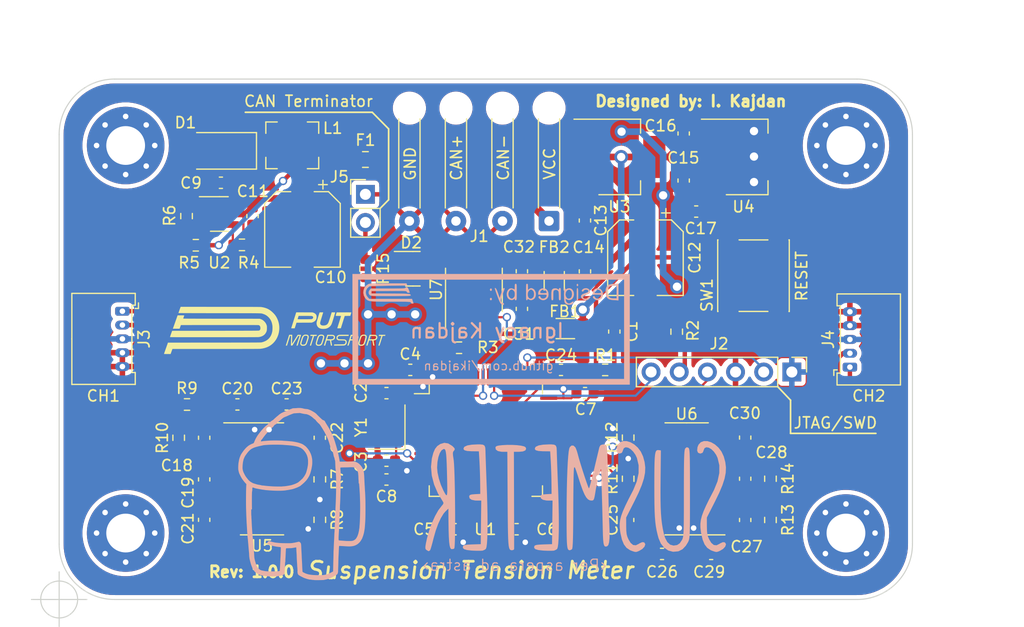
<source format=kicad_pcb>
(kicad_pcb (version 20211014) (generator pcbnew)
  (title_block (title "Push-rods Suspension Tension Meter") (date "2022-12-28") (rev "${REVISION}") (company "Author: I. Kajdan") (comment 1 "Reviewer: M. Jaruga"))
  (layers (0 "F.Cu" signal) (31 "B.Cu" signal) (34 "B.Paste" user) (35 "F.Paste" user) (36 "B.SilkS" user "B.Silkscreen") (37 "F.SilkS" user "F.Silkscreen") (38 "B.Mask" user) (39 "F.Mask" user) (44 "Edge.Cuts" user))
  (property "REVISION" "1.0.0")
  (net 0 "")
  (net 1 "+3.3V")
  (net 2 "GND")
  (net 3 "/NRST")
  (net 4 "Net-(C2-Pad1)")
  (net 5 "Net-(C3-Pad1)")
  (net 6 "Net-(C31-Pad1)")
  (net 7 "Net-(C9-Pad1)")
  (net 8 "Net-(C9-Pad2)")
  (net 9 "/Power Supply/+6.42V")
  (net 10 "+5V")
  (net 11 "Net-(C10-Pad1)")
  (net 12 "Net-(C18-Pad1)")
  (net 13 "Net-(C18-Pad2)")
  (net 14 "Net-(C19-Pad1)")
  (net 15 "Net-(C19-Pad2)")
  (net 16 "Net-(C21-Pad1)")
  (net 17 "Net-(C28-Pad1)")
  (net 18 "Net-(C28-Pad2)")
  (net 19 "/A1+")
  (net 20 "/A1-")
  (net 21 "/A2+")
  (net 22 "/A2-")
  (net 23 "/CAN+")
  (net 24 "/CAN-")
  (net 25 "Net-(C30-Pad1)")
  (net 26 "/SWCLK")
  (net 27 "/SWDIO")
  (net 28 "/SWO")
  (net 29 "Net-(C32-Pad1)")
  (net 30 "Net-(R3-Pad2)")
  (net 31 "Net-(R4-Pad2)")
  (net 32 "/Power Supply/FB")
  (net 33 "/SDIO1")
  (net 34 "/SDIO2")
  (net 35 "/SCLK1")
  (net 36 "/SCLK2")
  (net 37 "Net-(C27-Pad1)")
  (net 38 "Net-(C27-Pad2)")
  (net 39 "+24V")
  (net 40 "Net-(R2-Pad2)")
  (net 57 "/DRDY1")
  (net 58 "/DRDY2")
  (net 68 "/CAN_RX")
  (net 69 "/CAN_TX")
  (net 85 "Net-(J5-Pad2)")
  (footprint "Crystal:Crystal_SMD_3225-4Pin_3.2x2.5mm" (layer "F.Cu") (at 138.52 110.47 90)
    (fp_text reference "Y1")
    (fp_text value "16MHz")
  )
  (footprint "Resistor_SMD:R_0603_1608Metric" (layer "F.Cu") (at 132.485 118.84 90)
    (fp_text reference "R8")
    (fp_text value "4.7kΩ")
  )
  (footprint "Package_SO:SOIC-16_3.9x9.9mm_P1.27mm" (layer "F.Cu") (at 165.59 115.14 180)
    (fp_text reference "U6")
    (fp_text value "NAU7802SGI")
  )
  (footprint "Resistor_SMD:R_0603_1608Metric" (layer "F.Cu") (at 120.5 108.425 180)
    (fp_text reference "R9")
    (fp_text value "51Ω")
  )
  (footprint "Resistor_SMD:R_0603_1608Metric" (layer "F.Cu") (at 121.295 94.045 180)
    (fp_text reference "R5")
    (fp_text value "33kΩ")
  )
  (footprint "Capacitor_SMD:C_0603_1608Metric" (layer "F.Cu") (at 156.41 91.810534 -90)
    (fp_text reference "C13")
    (fp_text value "1μF")
  )
  (footprint "Inductor_SMD:L_1206_3216Metric" (layer "F.Cu") (at 153.64 97.255 90)
    (fp_text reference "FB2")
    (fp_text value "50mΩ@100MHz")
  )
  (footprint "Capacitor_SMD:C_0603_1608Metric" (layer "F.Cu") (at 138.5 115.2 180)
    (fp_text reference "C8")
    (fp_text value "100nF")
  )
  (footprint "Resistor_SMD:R_0603_1608Metric" (layer "F.Cu") (at 119.75 111.43 90)
    (fp_text reference "R10")
    (fp_text value "51Ω")
  )
  (footprint "Package_TO_SOT_SMD:SOT-223-3_TabPin2" (layer "F.Cu") (at 171.02 86.07)
    (fp_text reference "U4")
    (fp_text value "LM1117-3.3")
  )
  (footprint "Capacitor_SMD:C_0603_1608Metric" (layer "F.Cu") (at 170.87 115.13 90)
    (fp_text reference "C28")
    (fp_text value "330pF")
  )
  (footprint "Capacitor_SMD:C_0603_1608Metric" (layer "F.Cu") (at 140.65 105.3 180)
    (fp_text reference "C4")
    (fp_text value "100nF")
  )
  (footprint "Capacitor_SMD:CP_Elec_6.3x5.4" (layer "F.Cu") (at 161.87 95.17 -90)
    (fp_text reference "C12")
    (fp_text value "10μF")
  )
  (footprint "Inductor_SMD:L_1206_3216Metric" (layer "F.Cu") (at 154.64 101.57 180)
    (fp_text reference "FB1")
    (fp_text value "50mΩ@100MHz")
  )
  (footprint "Package_TO_SOT_SMD:SOT-23-6" (layer "F.Cu") (at 123.42 91.22)
    (fp_text reference "U2")
    (fp_text value "AOZ1280CI")
  )
  (footprint "MountingHole:MountingHole_3.5mm_Pad_Via" (layer "F.Cu") (at 114.964466 120.035534)
    (fp_text reference "REF**" hide)
    (fp_text value "MountingHole_3.5mm_Pad_Via")
  )
  (footprint "Capacitor_SMD:C_0603_1608Metric" (layer "F.Cu") (at 167.8 121.92 180)
    (fp_text reference "C29")
    (fp_text value "1μF")
  )
  (footprint "Button_Switch_SMD:SW_SPST_PTS645" (layer "F.Cu") (at 171.62 96.79 -90)
    (fp_text reference "SW1")
    (fp_text value "Tactswitch")
  )
  (footprint "Resistor_SMD:R_0603_1608Metric" (layer "F.Cu") (at 160.31 115.13 -90)
    (fp_text reference "R11")
    (fp_text value "4.7kΩ")
  )
  (footprint "Capacitor_SMD:C_0603_1608Metric" (layer "F.Cu") (at 132.485 111.43 -90)
    (fp_text reference "C22")
    (fp_text value "100nF")
  )
  (footprint "Capacitor_SMD:C_0603_1608Metric" (layer "F.Cu") (at 170.87 111.415 90)
    (fp_text reference "C30")
    (fp_text value "100nF")
  )
  (footprint "Capacitor_SMD:CP_Elec_6.3x5.4" (layer "F.Cu") (at 130.92 92.614466 -90)
    (fp_text reference "C10")
    (fp_text value "10μF")
  )
  (footprint "Capacitor_SMD:C_0603_1608Metric" (layer "F.Cu") (at 165.32 83.95 90)
    (fp_text reference "C16")
    (fp_text value "100nF")
  )
  (footprint "Resistor_SMD:R_0603_1608Metric" (layer "F.Cu") (at 145.05 103.3)
    (fp_text reference "R3")
    (fp_text value "10kΩ")
  )
  (footprint "Connector_Molex:Molex_PicoBlade_53048-0510_1x05_P1.25mm_Horizontal" (layer "F.Cu") (at 180.32 105.05 90)
    (fp_text reference "J4")
    (fp_text value "Conn_01x04")
  )
  (footprint "Package_TO_SOT_SMD:SOT-23" (layer "F.Cu") (at 140.885 96.164466)
    (fp_text reference "D2")
    (fp_text value "PESD2CAN.215")
  )
  (footprint "Capacitor_SMD:C_0603_1608Metric" (layer "F.Cu") (at 138.5 113.5 180)
    (fp_text reference "C3")
    (fp_text value "22pF")
  )
  (footprint "Capacitor_SMD:C_0603_1608Metric" (layer "F.Cu") (at 156.42 107.4)
    (fp_text reference "C7")
    (fp_text value "100nF")
  )
  (footprint "Capacitor_SMD:C_0603_1608Metric" (layer "F.Cu") (at 163.365 121.92)
    (fp_text reference "C26")
    (fp_text value "100nF")
  )
  (footprint "Capacitor_SMD:C_0603_1608Metric" (layer "F.Cu") (at 123.56 88.4)
    (fp_text reference "C9")
    (fp_text value "10nF")
  )
  (footprint "Connector_PinHeader_2.54mm:PinHeader_1x06_P2.54mm_Vertical" (layer "F.Cu") (at 175.08 105.49 -90)
    (fp_text reference "J2")
    (fp_text value "Conn_01x06")
  )
  (footprint "Capacitor_SMD:C_0603_1608Metric" (layer "F.Cu") (at 122.05 118.84 -90)
    (fp_text reference "C21")
    (fp_text value "100nF")
  )
  (footprint "Resistor_SMD:R_0603_1608Metric" (layer "F.Cu") (at 132.485 115.19 90)
    (fp_text reference "R7")
    (fp_text value "4.7kΩ")
  )
  (footprint "Fuse:Fuse_0805_2012Metric" (layer "F.Cu") (at 136.6 86.3 180)
    (fp_text reference "F1")
    (fp_text value "500mA")
  )
  (footprint "Capacitor_SMD:C_0603_1608Metric" (layer "F.Cu") (at 150.72 99.79 90)
    (fp_text reference "C31")
    (fp_text value "100nF")
  )
  (footprint "Package_SO:SOIC-16_3.9x9.9mm_P1.27mm" (layer "F.Cu") (at 127.27 115.14)
    (fp_text reference "U5")
    (fp_text value "NAU7802SGI")
  )
  (footprint "Package_QFP:LQFP-64_10x10mm_P0.5mm" (layer "F.Cu") (at 147.47 111.61)
    (fp_text reference "U1")
    (fp_text value "STM32L4P5RET6")
  )
  (footprint "Capacitor_SMD:C_0603_1608Metric" (layer "F.Cu") (at 126.414466 91.41 -90)
    (fp_text reference "C11")
    (fp_text value "100nF")
  )
  (footprint "Resistor_SMD:R_0603_1608Metric" (layer "F.Cu") (at 160.31 111.415 -90)
    (fp_text reference "R12")
    (fp_text value "4.7kΩ")
  )
  (footprint "Capacitor_SMD:C_0603_1608Metric" (layer "F.Cu") (at 156.41 96.4 -90)
    (fp_text reference "C14")
    (fp_text value "100nF")
  )
  (footprint "MountingHole:MountingHole_3.5mm_Pad_Via" (layer "F.Cu") (at 179.964466 85.035534)
    (fp_text reference "REF**" hide)
    (fp_text value "MountingHole_3.5mm_Pad_Via")
  )
  (footprint "Capacitor_SMD:C_0603_1608Metric" (layer "F.Cu") (at 138.5 107.4)
    (fp_text reference "C2")
    (fp_text value "22pF")
  )
  (footprint "Connector_Wire:SolderWire-0.25sqmm_1x04_P4.2mm_D0.65mm_OD1.7mm_Relief" (layer "F.Cu") (at 153.17 91.86 180)
    (fp_text reference "J1")
    (fp_text value "Conn_01x04")
  )
  (footprint "Local_Library:LogoText20mm" (layer "F.Cu") (at 128.414466 101.735534)
    (fp_text reference "G***" hide)
    (fp_text value "LOGO" hide)
  )
  (footprint "Resistor_SMD:R_0603_1608Metric" (layer "F.Cu") (at 158.235 105.3)
    (fp_text reference "R1")
    (fp_text value "10kΩ")
  )
  (footprint "Package_TO_SOT_SMD:SOT-223-3_TabPin2" (layer "F.Cu") (at 159.52 86.07)
    (fp_text reference "U3")
    (fp_text value "LM1117-5.0")
  )
  (footprint "Capacitor_SMD:C_0603_1608Metric" (layer "F.Cu") (at 144.65 119.69 180)
    (fp_text reference "C5")
    (fp_text value "100nF")
  )
  (footprint "Package_SO:SOIC-8_3.9x4.9mm_P1.27mm" (layer "F.Cu") (at 146.39 98.07 90)
    (fp_text reference "U7")
    (fp_text value "ATA6561-GAQW-N")
  )
  (footprint "Resistor_SMD:R_0603_1608Metric" (layer "F.Cu") (at 136.625 96.155 -90)
    (fp_text reference "R15")
    (fp_text value "120Ω")
  )
  (footprint "Capacitor_SMD:C_0603_1608Metric" (layer "F.Cu") (at 122.05 111.43 -90)
    (fp_text reference "C18")
    (fp_text value "100nF")
  )
  (footprint "Capacitor_SMD:C_0603_1608Metric" (layer "F.Cu") (at 150.72 96.39 -90)
    (fp_text reference "C32")
    (fp_text value "100nF")
  )
  (footprint "Resistor_SMD:R_0603_1608Metric" (layer "F.Cu") (at 125.46 94.01 180)
    (fp_text reference "R4")
    (fp_text value "10kΩ")
  )
  (footprint "Resistor_SMD:R_0603_1608Metric" (layer "F.Cu") (at 173.15 115.13 90)
    (fp_text reference "R14")
    (fp_text value "51Ω")
  )
  (footprint "Capacitor_SMD:C_0603_1608Metric" (layer "F.Cu") (at 154.25 105.3 180)
    (fp_text reference "C24")
    (fp_text value "10μF")
  )
  (footprint "MountingHole:MountingHole_3.5mm_Pad_Via" (layer "F.Cu") (at 114.964466 85.035534)
    (fp_text reference "REF**" hide)
    (fp_text value "MountingHole_3.5mm_Pad_Via")
  )
  (footprint "Capacitor_SMD:C_0603_1608Metric" (layer "F.Cu") (at 159.06 101.84 90)
    (fp_text reference "C1")
    (fp_text value "100nF")
  )
  (footprint "Connector_Molex:Molex_PicoBlade_53048-0510_1x05_P1.25mm_Horizontal" (layer "F.Cu") (at 114.67 100 -90)
    (fp_text reference "J3")
    (fp_text value "Conn_01x04")
  )
  (footprint "Inductor_SMD:L_Bourns-SRN4018" (layer "F.Cu") (at 130 85.02)
    (fp_text reference "L1")
    (fp_text value "2.2μH")
  )
  (footprint "Capacitor_SMD:C_0603_1608Metric" (layer "F.Cu") (at 150.25 119.69 180)
    (fp_text reference "C6")
    (fp_text value "100nF")
  )
  (footprint "MountingHole:MountingHole_3.5mm_Pad_Via" (layer "F.Cu") (at 179.964466 120.035534)
    (fp_text reference "REF**" hide)
    (fp_text value "MountingHole_3.5mm_Pad_Via")
  )
  (footprint "Capacitor_SMD:C_0603_1608Metric" (layer "F.Cu") (at 165.32 88.2 -90)
    (fp_text reference "C15")
    (fp_text value "100nF")
  )
  (footprint "Capacitor_SMD:C_0603_1608Metric" (layer "F.Cu") (at 160.31 118.855 90)
    (fp_text reference "C25")
    (fp_text value "100nF")
  )
  (footprint "Diode_SMD:D_SMA" (layer "F.Cu") (at 123.37 85.52 180)
    (fp_text reference "D1")
    (fp_text value "SK36A")
  )
  (footprint "Resistor_SMD:R_0603_1608Metric" (layer "F.Cu") (at 120.46 91.41 90)
    (fp_text reference "R6")
    (fp_text value "4.7kΩ")
  )
  (footprint "Capacitor_SMD:C_0603_1608Metric" (layer "F.Cu") (at 166.45 91 180)
    (fp_text reference "C17")
    (fp_text value "100nF")
  )
  (footprint "Resistor_SMD:R_0603_1608Metric" (layer "F.Cu") (at 164.69 101.85 90)
    (fp_text reference "R2")
    (fp_text value "330Ω")
  )
  (footprint "Capacitor_SMD:C_0603_1608Metric" (layer "F.Cu") (at 122.05 115.19 -90)
    (fp_text reference "C19")
    (fp_text value "330pF")
  )
  (footprint "Capacitor_SMD:C_0603_1608Metric" (layer "F.Cu") (at 170.87 118.855 90)
    (fp_text reference "C27")
    (fp_text value "100nF")
  )
  (footprint "Capacitor_SMD:C_0603_1608Metric" (layer "F.Cu") (at 125.05 108.42)
    (fp_text reference "C20")
    (fp_text value "1μF")
  )
  (footprint "Connector_PinHeader_2.54mm:PinHeader_1x02_P2.54mm_Vertical" (layer "F.Cu") (at 136.6 89.444466)
    (fp_text reference "J5")
    (fp_text value "Terminator")
  )
  (footprint "Capacitor_SMD:C_0603_1608Metric" (layer "F.Cu") (at 129.49 108.42 180)
    (fp_text reference "C23")
    (fp_text value "100nF")
  )
  (footprint "Resistor_SMD:R_0603_1608Metric" (layer "F.Cu") (at 173.15 118.855 90)
    (fp_text reference "R13")
    (fp_text value "51Ω")
  )
  (footprint "Local_Library:Susmeter" (layer "B.Cu") (at 146.964466 117.185534 180)
    (fp_text reference "G***" hide)
    (fp_text value "LOGO" hide)
  )
  (footprint "Local_Library:SignatureBox25mm" (layer "B.Cu") (at 147.964466 101.635534 180)
    (fp_text reference "G***" hide)
    (fp_text value "LOGO" hide)
  )
  (footprint "Local_Library:Sus" (layer "B.Cu") (at 130.414466 116.335534 180)
    (fp_text reference "G***" hide)
    (fp_text value "LOGO" hide)
  )
  (gr_line (start 174.964466 108.035534) (end 174.964466 111.035534) (layer "F.SilkS") (width 0.15))
  (gr_line (start 174.964466 111.035534) (end 182.664466 111.035534) (layer "F.SilkS") (width 0.15))
  (gr_line (start 137.214466 82.035534) (end 125.764466 82.035534) (layer "F.SilkS") (width 0.15))
  (gr_line (start 138.695534 83.535534) (end 137.214466 82.035534) (layer "F.SilkS") (width 0.15))
  (gr_line (start 173.81 106.82) (end 174.964466 108.035534) (layer "F.SilkS") (width 0.15))
  (gr_line (start 138.695534 89.935534) (end 137.93 90.714466) (layer "F.SilkS") (width 0.15))
  (gr_line (start 138.695534 89.935534) (end 138.695534 83.535534) (layer "F.SilkS") (width 0.15))
  (gr_arc (start 108.964466 84.035534) (mid 110.428932 80.5) (end 113.964466 79.035534) (layer "Edge.Cuts") (width 0.1))
  (gr_line (start 180.964466 126.035534) (end 113.964466 126.035534) (layer "Edge.Cuts") (width 0.1))
  (gr_line (start 185.964466 84.035534) (end 185.964466 121.035534) (layer "Edge.Cuts") (width 0.1))
  (gr_arc (start 113.964466 126.035534) (mid 110.428932 124.571068) (end 108.964466 121.035534) (layer "Edge.Cuts") (width 0.1))
  (gr_arc (start 185.964466 121.035534) (mid 184.5 124.571068) (end 180.964466 126.035534) (layer "Edge.Cuts") (width 0.1))
  (gr_line (start 113.964466 79.035534) (end 180.964466 79.035534) (layer "Edge.Cuts") (width 0.1))
  (gr_line (start 108.964466 121.035534) (end 108.964466 84.035534) (layer "Edge.Cuts") (width 0.1))
  (gr_arc (start 180.964466 79.035534) (mid 184.5 80.5) (end 185.964466 84.035534) (layer "Edge.Cuts") (width 0.1))
  (gr_text "‹Per aspera ad astra›" (at 150.064466 122.935534) (layer "B.SilkS") (effects (font (size 1 1) (thickness 0.1)) (justify mirror)))
  (gr_text "github.com/ikajdan" (at 147.714466 104.935534) (layer "B.SilkS") (effects (font (size 0.8 0.8) (thickness 0.1)) (justify mirror)))
  (gr_text "Ignacy Kajdan" (at 147.564466 101.785534) (layer "B.SilkS") (effects (font (size 1.3 1.3) (thickness 0.2)) (justify mirror)))
  (gr_text "RESET" (at 175.964466 96.835534 90) (layer "F.SilkS") (effects (font (size 1 1))))
  (gr_text "CAN-" (at 149.039466 86.135534 90) (layer "F.SilkS") (effects (font (size 1 1))))
  (gr_text "GND" (at 140.639466 86.685534 90) (layer "F.SilkS") (effects (font (size 1 1))))
  (gr_text "CH2" (at 182.025534 107.65) (layer "F.SilkS") (effects (font (size 1 1))))
  (gr_text "CAN+" (at 144.814466 86.135534 90) (layer "F.SilkS") (effects (font (size 1 1))))
  (gr_text "Rev: ${REVISION}" (at 126.330534 123.54) (layer "F.SilkS") (effects (font (size 1 1) (thickness 0.25))))
  (gr_text "Suspension Tension Meter" (at 146.0875 123.4) (layer "F.SilkS") (effects (font (size 1.5 1.5) (thickness 0.25) italic)))
  (gr_text "JTAG/SWD" (at 179.014466 110.085534) (layer "F.SilkS") (effects (font (size 1 1))))
  (gr_text "Designed by: I. Kajdan" (at 165.964466 81.035534) (layer "F.SilkS") (effects (font (size 1 1) (thickness 0.25))))
  (gr_text "CH1" (at 112.95 107.65) (layer "F.SilkS") (effects (font (size 1 1))))
  (gr_text "VCC" (at 153.214466 86.685534 90) (layer "F.SilkS") (effects (font (size 1 1))))
  (gr_text "CAN Terminator" (at 131.464466 81.035534) (layer "F.SilkS") (effects (font (size 1 1))))
  (target plus (at 108.964466 126.035534) (size 5) (width 0.1) (layer "Edge.Cuts"))
  (segment (start 171.664466 86.035534) (end 171.664466 88.335534) (width 0.6) (layer "F.Cu") (net 1))
  (segment (start 130.265 108.42) (end 129.764466 108.920534) (width 0.4) (layer "F.Cu") (net 1))
  (segment (start 139.55 115.2) (end 139.275 115.2) (width 0.2) (layer "F.Cu") (net 1))
  (segment (start 171.664466 83.735534) (end 171.664466 86.035534) (width 0.6) (layer "F.Cu") (net 1))
  (segment (start 154.464466 107.835534) (end 154.488932 107.86) (width 0.2) (layer "F.Cu") (net 1))
  (segment (start 163.115 119.585) (end 164.919504 119.581143) (width 0.4) (layer "F.Cu") (net 1))
  (segment (start 168.065 119.585) (end 168.065 120.536068) (width 0.4) (layer "F.Cu") (net 1))
  (segment (start 145.425 120.865) (end 145.424466 120.865534) (width 0.2) (layer "F.Cu") (net 1))
  (segment (start 155.645 107.4) (end 155.185 107.86) (width 0.2) (layer "F.Cu") (net 1))
  (segment (start 163.115 118.315) (end 163.115 119.585) (width 0.4) (layer "F.Cu") (net 1))
  (segment (start 160.31 114.305) (end 160.31 113.315) (width 0.2) (layer "F.Cu") (net 1))
  (segment (start 163.115 121.395) (end 163.115 119.585) (width 0.4) (layer "F.Cu") (net 1))
  (segment (start 169.998932 86.07) (end 171.664466 86.035534) (width 0.6) (layer "F.Cu") (net 1))
  (segment (start 142.665 105.935) (end 142.06 105.935) (width 0.2) (layer "F.Cu") (net 1))
  (segment (start 160.355 119.585) (end 160.31 119.63) (width 0.4) (layer "F.Cu") (net 1))
  (segment (start 171.664466 86.035534) (end 174.17 86.07) (width 0.6) (layer "F.Cu") (net 1))
  (segment (start 151.025 118.725) (end 151.22 118.53) (width 0.2) (layer "F.Cu") (net 1))
  (segment (start 151.025 119.69) (end 151.025 118.725) (width 0.2) (layer "F.Cu") (net 1))
  (segment (start 124.795 108.94) (end 124.795 110.695) (width 0.4) (layer "F.Cu") (net 1))
  (segment (start 158.918932 110.59) (end 158.914466 110.585534) (width 0.2) (layer "F.Cu") (net 1))
  (segment (start 157.47 98.83) (end 161.164466 95.135534) (width 0.4) (layer "F.Cu") (net 1))
  (segment (start 145.425 119.69) (end 145.425 118.996068) (width 0.2) (layer "F.Cu") (net 1))
  (segment (start 169.964466 86.07) (end 167.87 86.07) (width 0.6) (layer "F.Cu") (net 1))
  (segment (start 143.72 105.935) (end 142.665 105.935) (width 0.2) (layer "F.Cu") (net 1))
  (segment (start 169.998932 89.901068) (end 169.998932 86.07) (width 0.4) (layer "F.Cu") (net 1))
  (segment (start 160.31 110.59) (end 158.918932 110.59) (width 0.2) (layer "F.Cu") (net 1))
  (segment (start 132.485 110.655) (end 129.785 110.655) (width 0.4) (layer "F.Cu") (net 1))
  (segment (start 151.22 118.53) (end 151.22 117.285) (width 0.2) (layer "F.Cu") (net 1))
  (segment (start 131.443932 119.665) (end 131.439466 119.660534) (width 0.2) (layer "F.Cu") (net 1))
  (segment (start 129.764466 108.920534) (end 129.764466 110.675534) (width 0.4) (layer "F.Cu") (net 1))
  (segment (start 151.025 120.865) (end 151.024466 120.865534) (width 0.2) (layer "F.Cu") (net 1))
  (segment (start 157.41 105.3) (end 157.41 98.89) (width 0.4) (layer "F.Cu") (net 1))
  (segment (start 140.339466 114.410534) (end 139.55 115.2) (width 0.2) (layer "F.Cu") (net 1))
  (segment (start 155.185 107.86) (end 154.488932 107.86) (width 0.2) (layer "F.Cu") (net 1))
  (segment (start 151.025 119.69) (end 151.025 120.865) (width 0.2) (layer "F.Cu") (net 1))
  (segment (start 145.425 119.69) (end 145.425 120.865) (width 0.2) (layer "F.Cu") (net 1))
  (segment (start 166.217266 119.582734) (end 168.065 119.585) (width 0.4) (layer "F.Cu") (net 1))
  (segment (start 168.065 120.536068) (end 168.575 121.046068) (width 0.4) (layer "F.Cu") (net 1))
  (segment (start 129.764466 110.675534) (end 129.745 110.695) (width 0.4) (layer "F.Cu") (net 1))
  (segment (start 154.488932 107.86) (end 153.145 107.86) (width 0.2) (layer "F.Cu") (net 1))
  (segment (start 164.919504 119.581143) (end 166.217266 119.582734) (width 0.4) (layer "F.Cu") (net 1))
  (segment (start 161.164466 95.135534) (end 164.764466 95.135534) (width 0.4) (layer "F.Cu") (net 1))
  (segment (start 167.328932 91) (end 168.114466 91.785534) (width 0.4) (layer "F.Cu") (net 1))
  (segment (start 124.795 110.695) (end 126.605 110.695) (width 0.4) (layer "F.Cu") (net 1))
  (segment (start 145.425 118.996068) (end 144.72 118.291068) (width 0.2) (layer "F.Cu") (net 1))
  (segment (start 126.605 110.695) (end 127.905 110.695) (width 0.4) (layer "F.Cu") (net 1))
  (segment (start 164.764466 95.135534) (end 168.114466 91.785534) (width 0.4) (layer "F.Cu") (net 1))
  (segment (start 132.485 116.015) (end 132.485 117.006068) (width 0.2) (layer "F.Cu") (net 1))
  (segment (start 132.485 119.665) (end 131.443932 119.665) (width 0.2) (layer "F.Cu") (net 1))
  (segment (start 167.225 91) (end 167.328932 91) (width 0.4) (layer "F.Cu") (net 1))
  (segment (start 140.89 113.86) (end 140.339466 114.410534) (width 0.2) (layer "F.Cu") (net 1))
  (segment (start 142.06 105.935) (end 141.425 105.3) (width 0.2) (layer "F.Cu") (net 1))
  (segment (start 129.745 110.695) (end 129.745 111.965) (width 0.4) (layer "F.Cu") (net 1))
  (segment (start 141.795 113.86) (end 140.89 113.86) (width 0.2) (layer "F.Cu") (net 1))
  (segment (start 155.025 105.3) (end 157.41 105.3) (width 0.4) (layer "F.Cu") (net 1))
  (segment (start 168.114466 91.785534) (end 169.998932 89.901068) (width 0.4) (layer "F.Cu") (net 1))
  (segment (start 163.115 119.585) (end 160.355 119.585) (width 0.4) (layer "F.Cu") (net 1))
  (segment (start 127.905 110.695) (end 129.745 110.695) (width 0.4) (layer "F.Cu") (net 1))
  (segment (start 144.72 118.291068) (end 144.72 117.285) (width 0.2) (layer "F.Cu") (net 1))
  (segment (start 162.59 121.92) (end 163.115 121.395) (width 0.4) (layer "F.Cu") (net 1))
  (segment (start 168.575 121.046068) (end 168.575 121.92) (width 0.4) (layer "F.Cu") (net 1))
  (segment (start 124.275 108.42) (end 124.795 108.94) (width 0.4) (layer "F.Cu") (net 1))
  (segment (start 154.464466 107.011034) (end 154.464466 107.835534) (width 0.2) (layer "F.Cu") (net 1))
  (segment (start 157.41 98.89) (end 157.464466 98.835534) (width 0.4) (layer "F.Cu") (net 1))
  (segment (start 129.785 110.655) (end 129.745 110.695) (width 0.4) (layer "F.Cu") (net 1))
  (segment (start 141.795 107.86) (end 141.795 106.805) (width 0.2) (layer "F.Cu") (net 1))
  (segment (start 153.64 98.83) (end 157.47 98.83) (width 0.4) (layer "F.Cu") (net 1))
  (segment (start 160.31 113.315) (end 160.314466 113.310534) (width 0.2) (layer "F.Cu") (net 1))
  (segment (start 132.485 117.006068) (end 132.489466 117.010534) (width 0.2) (layer "F.Cu") (net 1))
  (via (at 160.314466 113.310534) (size 0.75) (drill 0.5) (layers "F.Cu" "B.Cu") (net 1))
  (via (at 158.914466 110.585534) (size 0.75) (drill 0.5) (layers "F.Cu" "B.Cu") (net 1))
  (via (at 171.664466 88.335534) (size 1.25) (drill 0.75) (layers "F.Cu" "B.Cu") (net 1))
  (via (at 140.339466 114.410534) (size 0.75) (drill 0.5) (layers "F.Cu" "B.Cu") (net 1))
  (via (at 145.424466 120.865534) (size 0.75) (drill 0.5) (layers "F.Cu" "B.Cu") (net 1))
  (via (at 132.489466 117.010534) (size 0.75) (drill 0.5) (layers "F.Cu" "B.Cu") (net 1))
  (via (at 126.605 110.695) (size 0.75) (drill 0.5) (layers "F.Cu" "B.Cu") (net 1))
  (via (at 142.665 105.935) (size 0.75) (drill 0.5) (layers "F.Cu" "B.Cu") (net 1))
  (via (at 171.664466 86.035534) (size 1.25) (drill 0.75) (layers "F.Cu" "B.Cu") (net 1))
  (via (at 166.217266 119.582734) (size 0.75) (drill 0.5) (layers "F.Cu" "B.Cu") (net 1))
  (via (at 141.795 106.805) (size 0.75) (drill 0.5) (layers "F.Cu" "B.Cu") (net 1))
  (via (at 154.464466 107.011034) (size 0.75) (drill 0.5) (layers "F.Cu" "B.Cu") (net 1))
  (via (at 164.919504 119.581143) (size 0.75) (drill 0.5) (layers "F.Cu" "B.Cu") (net 1))
  (via (at 131.439466 119.660534) (size 0.75) (drill 0.5) (layers "F.Cu" "B.Cu") (net 1))
  (via (at 171.664466 83.735534) (size 1.25) (drill 0.75) (layers "F.Cu" "B.Cu") (net 1))
  (via (at 127.905 110.695) (size 0.75) (drill 0.5) (layers "F.Cu" "B.Cu") (net 1))
  (via (at 151.024466 120.865534) (size 0.75) (drill 0.5) (layers "F.Cu" "B.Cu") (net 1))
  (segment (start 159.698932 83.77) (end 159.714466 83.785534) (width 0.6) (layer "F.Cu") (net 2))
  (segment (start 153.145 108.36) (end 156.235 108.36) (width 0.2) (layer "F.Cu") (net 2))
  (segment (start 144.225 103.3) (end 144.225 105.93) (width 0.2) (layer "F.Cu") (net 2))
  (segment (start 133.843398 95.414466) (end 130.92 95.414466) (width 0.4) (layer "F.Cu") (net 2))
  (segment (start 122.2825 91.22) (end 121.095 91.22) (width 0.4) (layer "F.Cu") (net 2))
  (segment (start 140.888932 113.36) (end 141.795 113.36) (width 0.2) (layer "F.Cu") (net 2))
  (segment (start 156.37 83.77) (end 159.698932 83.77) (width 0.6) (layer "F.Cu") (net 2))
  (segment (start 151.92519 108.36) (end 153.145 108.36) (width 0.2) (layer "F.Cu") (net 2))
  (segment (start 121.095 91.22) (end 120.46 90.585) (width 0.4) (layer "F.Cu") (net 2))
  (segment (start 134.593398 96.164466) (end 133.843398 95.414466) (width 0.4) (layer "F.Cu") (net 2))
  (segment (start 156.235 108.36) (end 157.195 107.4) (width 0.2) (layer "F.Cu") (net 2))
  (segment (start 149.56 119.69) (end 150.72 118.53) (width 0.2) (layer "F.Cu") (net 2))
  (segment (start 150.72 118.53) (end 150.72 117.285) (width 0.2) (layer "F.Cu") (net 2))
  (segment (start 140.364466 112.835534) (end 140.888932 113.36) (width 0.2) (layer "F.Cu") (net 2))
  (segment (start 143.875 119.125) (end 144.22 118.78) (width 0.2) (layer "F.Cu") (net 2))
  (segment (start 144.225 105.93) (end 144.22 105.935) (width 0.2) (layer "F.Cu") (net 2))
  (segment (start 144.22 118.78) (end 144.22 117.285) (width 0.2) (layer "F.Cu") (net 2))
  (segment (start 143.875 119.69) (end 143.875 119.125) (width 0.2) (layer "F.Cu") (net 2))
  (segment (start 149.475 119.69) (end 149.56 119.69) (width 0.2) (layer "F.Cu") (net 2))
  (segment (start 141.8225 96.164466) (end 134.593398 96.164466) (width 0.4) (layer "F.Cu") (net 2))
  (via (at 136.839466 104.710534) (size 1.25) (drill 0.75) (layers "F.Cu" "B.Cu") (net 2))
  (via (at 138.964466 100.285534) (size 1.25) (drill 0.75) (layers "F.Cu" "B.Cu") (net 2))
  (via (at 140.364466 112.835534) (size 0.75) (drill 0.5) (layers "F.Cu" "B.Cu") (net 2))
  (via (at 134.714466 104.710534) (size 1.25) (drill 0.75) (layers "F.Cu" "B.Cu") (net 2))
  (via (at 141.089466 100.285534) (size 1.25) (drill 0.75) (layers "F.Cu" "B.Cu") (net 2))
  (via (at 135.164466 112.835534) (size 0.75) (drill 0.5) (layers "F.Cu" "B.Cu") (net 2))
  (via (at 164.714466 97.785534) (size 1.25) (drill 0.75) (layers "F.Cu" "B.Cu") (net 2))
  (via (at 132.589466 104.710534) (size 1.25) (drill 0.75) (layers "F.Cu" "B.Cu") (net 2))
  (via (at 136.839466 100.285534) (size 1.25) (drill 0.75) (layers "F.Cu" "B.Cu") (net 2))
  (via (at 159.714466 83.785534) (size 1.25) (drill 0.75) (layers "F.Cu" "B.Cu") (net 2))
  (via (at 163.464466 89.535534) (size 1.25) (drill 0.75) (layers "F.Cu" "B.Cu") (net 2))
  (segment (start 136.839466 95.590534) (end 140.57 91.86) (width 0.6) (layer "B.Cu") (net 2))
  (segment (start 163.464466 89.535534) (end 163.464466 85.785534) (width 0.6) (layer "B.Cu") (net 2))
  (segment (start 138.964466 100.035534) (end 138.989466 100.060534) (width 0.6) (layer "B.Cu") (net 2))
  (segment (start 163.464466 96.535534) (end 164.714466 97.785534) (width 0.6) (layer "B.Cu") (net 2))
  (segment (start 134.714466 104.460534) (end 134.739466 104.485534) (width 0.6) (layer "B.Cu") (net 2))
  (segment (start 138.964466 100.035534) (end 138.939466 100.060534) (width 0.6) (layer "B.Cu") (net 2))
  (segment (start 161.464466 83.785534) (end 159.714466 83.785534) (width 0.6) (layer "B.Cu") (net 2))
  (segment (start 134.714466 104.710534) (end 136.839466 104.710534) (width 0.6) (layer "B.Cu") (net 2))
  (segment (start 132.589466 104.710534) (end 134.714466 104.710534) (width 0.6) (layer "B.Cu") (net 2))
  (segment (start 136.839466 104.710534) (end 136.839466 95.635534) (width 0.6) (layer "B.Cu") (net 2))
  (segment (start 136.839466 100.285534) (end 138.964466 100.285534) (width 0.6) (layer "B.Cu") (net 2))
  (segment (start 134.714466 104.460534) (end 134.689466 104.485534) (width 0.6) (layer "B.Cu") (net 2))
  (segment (start 138.964466 100.285534) (end 141.089466 100.285534) (width 0.6) (layer "B.Cu") (net 2))
  (segment (start 163.464466 89.535534) (end 163.464466 96.535534) (width 0.6) (layer "B.Cu") (net 2))
  (segment (start 163.464466 85.785534) (end 161.464466 83.785534) (width 0.6) (layer "B.Cu") (net 2))
  (segment (start 140.364466 112.835534) (end 135.164466 112.835534) (width 0.2) (layer "B.Cu") (net 2))
  (segment (start 152.914466 106.285534) (end 158.074466 106.285534) (width 0.2) (layer "F.Cu") (net 3))
  (segment (start 164.69 102.675) (end 165.42 103.405) (width 0.4) (layer "F.Cu") (net 3))
  (segment (start 164.63 102.615) (end 164.69 102.675) (width 0.4) (layer "F.Cu") (net 3))
  (segment (start 148.34 110.86) (end 152.914466 106.285534) (width 0.2) (layer "F.Cu") (net 3))
  (segment (start 159.06 102.615) (end 159.06 105.3) (width 0.4) (layer "F.Cu") (net 3))
  (segment (start 159.06 102.615) (end 164.63 102.615) (width 0.4) (layer "F.Cu") (net 3))
  (segment (start 141.795 110.86) (end 148.34 110.86) (width 0.2) (layer "F.Cu") (net 3))
  (segment (start 165.42 103.405) (end 165.42 105.74) (width 0.4) (layer "F.Cu") (net 3))
  (segment (start 158.074466 106.285534) (end 159.06 105.3) (width 0.2) (layer "F.Cu") (net 3))
  (segment (start 138.614466 110.460534) (end 137.67 109.516068) (width 0.2) (layer "F.Cu") (net 4))
  (segment (start 140.774314 109.86) (end 140.17378 110.460534) (width 0.2) (layer "F.Cu") (net 4))
  (segment (start 137.67 109.516068) (end 137.67 109.37) (width 0.2) (layer "F.Cu") (net 4))
  (segment (start 137.725 109.315) (end 137.67 109.37) (width 0.2) (layer "F.Cu") (net 4))
  (segment (start 137.725 107.4) (end 137.725 109.315) (width 0.2) (layer "F.Cu") (net 4))
  (segment (start 140.17378 110.460534) (end 138.614466 110.460534) (width 0.2) (layer "F.Cu") (net 4))
  (segment (start 141.795 109.86) (end 140.774314 109.86) (width 0.2) (layer "F.Cu") (net 4))
  (segment (start 140.84 110.36) (end 139.63 111.57) (width 0.2) (layer "F.Cu") (net 5))
  (segment (start 139.63 111.57) (end 139.37 111.57) (width 0.2) (layer "F.Cu") (net 5))
  (segment (start 139.37 111.57) (end 139.37 113.405) (width 0.2) (layer "F.Cu") (net 5))
  (segment (start 141.795 110.36) (end 140.84 110.36) (width 0.2) (layer "F.Cu") (net 5))
  (segment (start 139.37 113.405) (end 139.275 113.5) (width 0.2) (layer "F.Cu") (net 5))
  (segment (start 150.864466 102.035534) (end 152.599466 102.035534) (width 0.4) (layer "F.Cu") (net 6))
  (segment (start 150.764466 102.035534) (end 150.864466 102.035534) (width 0.4) (layer "F.Cu") (net 6))
  (segment (start 152.599466 102.035534) (end 153.065 101.57) (width 0.4) (layer "F.Cu") (net 6))
  (segment (start 147.025 101.696068) (end 147.364466 102.035534) (width 0.4) (layer "F.Cu") (net 6))
  (segment (start 150.72 101.991068) (end 150.764466 102.035534) (width 0.4) (layer "F.Cu") (net 6))
  (segment (start 147.364466 102.035534) (end 150.764466 102.035534) (width 0.4) (layer "F.Cu") (net 6))
  (segment (start 147.025 100.545) (end 147.025 101.696068) (width 0.4) (layer "F.Cu") (net 6))
  (segment (start 150.72 100.565) (end 150.72 101.991068) (width 0.4) (layer "F.Cu") (net 6))
  (segment (start 122.785 88.4) (end 122.2825 88.9025) (width 0.6) (layer "F.Cu") (net 7))
  (segment (start 122.2825 88.9025) (end 122.2825 90.27) (width 0.6) (layer "F.Cu") (net 7))
  (segment (start 124.364466 88.429466) (end 124.335 88.4) (width 0.6) (layer "F.Cu") (net 8))
  (segment (start 124.364466 90.076966) (end 124.364466 88.429466) (width 0.6) (layer "F.Cu") (net 8))
  (segment (start 124.5575 90.27) (end 124.364466 90.076966) (width 0.6) (layer "F.Cu") (net 8))
  (segment (start 156.37 88.37) (end 156.37 90.995534) (width 0.6) (layer "F.Cu") (net 9))
  (segment (start 158.615 95.625) (end 161.87 92.37) (width 0.6) (layer "F.Cu") (net 9))
  (segment (start 156.37 90.995534) (end 156.41 91.035534) (width 0.6) (layer "F.Cu") (net 9))
  (segment (start 149.548932 84.87) (end 153.048932 88.37) (width 0.8) (layer "F.Cu") (net 9))
  (segment (start 156.37 88.37) (end 157.87 88.37) (width 0.8) (layer "F.Cu") (net 9))
  (segment (start 123.364466 94.035534) (end 123.355 94.045) (width 0.4) (layer "F.Cu") (net 9))
  (segment (start 123.355 94.045) (end 122.12 94.045) (width 0.4) (layer "F.Cu") (net 9))
  (segment (start 129.164466 88.235534) (end 131.525 85.875) (width 0.4) (layer "F.Cu") (net 9))
  (segment (start 131.525 85.875) (end 131.525 84.87) (width 0.4) (layer "F.Cu") (net 9))
  (segment (start 157.87 88.37) (end 161.87 92.37) (width 0.8) (layer "F.Cu") (net 9))
  (segment (start 156.41 95.625) (end 158.615 95.625) (width 0.6) (layer "F.Cu") (net 9))
  (segment (start 153.048932 88.37) (end 156.37 88.37) (width 0.8) (layer "F.Cu") (net 9))
  (segment (start 131.525 84.87) (end 149.548932 84.87) (width 0.8) (layer "F.Cu") (net 9))
  (via (at 129.164466 88.235534) (size 0.75) (drill 0.5) (layers "F.Cu" "B.Cu") (net 9))
  (via (at 123.364466 94.035534) (size 0.75) (drill 0.5) (layers "F.Cu" "B.Cu") (net 9))
  (segment (start 129.164466 88.235534) (end 123.364466 94.035534) (width 0.4) (layer "B.Cu") (net 9))
  (segment (start 165.32 84.725) (end 165.31 84.725) (width 0.6) (layer "F.Cu") (net 10))
  (segment (start 163.965 86.07) (end 165.32 87.425) (width 0.6) (layer "F.Cu") (net 10))
  (segment (start 156.37 86.07) (end 159.68 86.07) (width 0.6) (layer "F.Cu") (net 10))
  (segment (start 165.31 84.725) (end 163.965 86.07) (width 0.6) (layer "F.Cu") (net 10))
  (segment (start 156.214466 99.8545) (end 156.215 99.855034) (width 0.6) (layer "F.Cu") (net 10))
  (segment (start 159.68 86.07) (end 162.67 86.07) (width 0.6) (layer "F.Cu") (net 10))
  (segment (start 162.67 86.07) (end 163.965 86.07) (width 0.6) (layer "F.Cu") (net 10))
  (segment (start 167.87 88.37) (end 166.265 88.37) (width 0.6) (layer "F.Cu") (net 10))
  (segment (start 156.215 99.855034) (end 156.215 101.57) (width 0.6) (layer "F.Cu") (net 10))
  (segment (start 166.265 88.37) (end 165.32 87.425) (width 0.6) (layer "F.Cu") (net 10))
  (via (at 159.68 86.07) (size 1.25) (drill 0.75) (layers "F.Cu" "B.Cu") (net 10))
  (via (at 156.214466 99.8545) (size 1.25) (drill 0.75) (layers "F.Cu" "B.Cu") (net 10))
  (segment (start 156.214466 99.8545) (end 156.214466 99.785534) (width 0.6) (layer "B.Cu") (net 10))
  (segment (start 156.214466 99.785534) (end 159.68 96.32) (width 0.6) (layer "B.Cu") (net 10))
  (segment (start 159.68 96.32) (end 159.68 86.07) (width 0.6) (layer "B.Cu") (net 10))
  (segment (start 124.5575 91.22) (end 125.589466 91.22) (width 0.6) (layer "F.Cu") (net 11))
  (segment (start 125.829466 91.22) (end 126.414466 90.635) (width 0.6) (layer "F.Cu") (net 11))
  (segment (start 130.92 89.814466) (end 132.148034 89.814466) (width 0.8) (layer "F.Cu") (net 11))
  (segment (start 126.285 93.756068) (end 126.285 94.01) (width 0.2) (layer "F.Cu") (net 11))
  (segment (start 127.130534 89.814466) (end 130.92 89.814466) (width 0.6) (layer "F.Cu") (net 11))
  (segment (start 125.589466 93.060534) (end 126.285 93.756068) (width 0.2) (layer "F.Cu") (net 11))
  (segment (start 126.414466 90.635) (end 126.414466 90.530534) (width 0.6) (layer "F.Cu") (net 11))
  (segment (start 125.589466 91.22) (end 125.589466 93.060534) (width 0.2) (layer "F.Cu") (net 11))
  (segment (start 132.148034 89.814466) (end 135.6625 86.3) (width 0.8) (layer "F.Cu") (net 11))
  (segment (start 126.414466 90.530534) (end 127.130534 89.814466) (width 0.6) (layer "F.Cu") (net 11))
  (segment (start 125.589466 91.22) (end 125.829466 91.22) (width 0.6) (layer "F.Cu") (net 11))
  (segment (start 121.325 108.425) (end 122.05 109.15) (width 0.4) (layer "F.Cu") (net 12))
  (segment (start 123.36 111.965) (end 122.05 110.655) (width 0.4) (layer "F.Cu") (net 12))
  (segment (start 124.795 111.965) (end 123.36 111.965) (width 0.4) (layer "F.Cu") (net 12))
  (segment (start 122.05 109.15) (end 122.05 110.655) (width 0.4) (layer "F.Cu") (net 12))
  (segment (start 122 112.255) (end 122.05 112.205) (width 0.4) (layer "F.Cu") (net 13))
  (segment (start 119.75 112.255) (end 122 112.255) (width 0.4) (layer "F.Cu") (net 13))
  (segment (start 124.795 113.235) (end 123.08 113.235) (width 0.4) (layer "F.Cu") (net 13))
  (segment (start 123.08 113.235) (end 122.05 112.205) (width 0.4) (layer "F.Cu") (net 13))
  (segment (start 122.14 114.505) (end 122.05 114.415) (width 0.4) (layer "F.Cu") (net 14))
  (segment (start 124.795 114.505) (end 122.14 114.505) (width 0.4) (layer "F.Cu") (net 14))
  (segment (start 122.24 115.775) (end 122.05 115.965) (width 0.4) (layer "F.Cu") (net 15))
  (segment (start 124.795 115.775) (end 122.24 115.775) (width 0.4) (layer "F.Cu") (net 15))
  (segment (start 124.795 117.045) (end 123.07 117.045) (width 0.4) (layer "F.Cu") (net 16))
  (segment (start 123.07 117.045) (end 122.05 118.065) (width 0.4) (layer "F.Cu") (net 16))
  (segment (start 168.065 115.775) (end 170.74 115.775) (width 0.4) (layer "F.Cu") (net 17))
  (segment (start 170.74 115.775) (end 170.87 115.905) (width 0.4) (layer "F.Cu") (net 17))
  (segment (start 168.065 114.505) (end 170.72 114.505) (width 0.4) (layer "F.Cu") (net 18))
  (segment (start 170.72 114.505) (end 170.87 114.355) (width 0.4) (layer "F.Cu") (net 18))
  (segment (start 115.928932 100) (end 119.675 103.746068) (width 0.4) (layer "F.Cu") (net 19))
  (segment (start 114.67 100) (end 115.928932 100) (width 0.4) (layer "F.Cu") (net 19))
  (segment (start 119.675 103.746068) (end 119.675 108.425) (width 0.4) (layer "F.Cu") (net 19))
  (segment (start 114.67 101.25) (end 115.678932 101.25) (width 0.4) (layer "F.Cu") (net 20))
  (segment (start 118.464466 104.035534) (end 118.464466 109.319466) (width 0.4) (layer "F.Cu") (net 20))
  (segment (start 115.678932 101.25) (end 118.464466 104.035534) (width 0.4) (layer "F.Cu") (net 20))
  (segment (start 118.464466 109.319466) (end 119.75 110.605) (width 0.4) (layer "F.Cu") (net 20))
  (segment (start 180.32 110.88) (end 180.32 105.05) (width 0.4) (layer "F.Cu") (net 21))
  (segment (start 173.15 118.03) (end 173.17 118.03) (width 0.4) (layer "F.Cu") (net 21))
  (segment (start 173.17 118.03) (end 180.32 110.88) (width 0.4) (layer "F.Cu") (net 21))
  (segment (start 179.7 103.8) (end 180.32 103.8) (width 0.4) (layer "F.Cu") (net 22))
  (segment (start 175.195 114.305) (end 179.214466 110.285534) (width 0.4) (layer "F.Cu") (net 22))
  (segment (start 179.214466 104.285534) (end 179.7 103.8) (width 0.4) (layer "F.Cu") (net 22))
  (segment (start 173.15 114.305) (end 175.195 114.305) (width 0.4) (layer "F.Cu") (net 22))
  (segment (start 179.214466 110.285534) (end 179.214466 104.285534) (width 0.4) (layer "F.Cu") (net 22))
  (segment (start 139.9475 95.214466) (end 141.415534 95.214466) (width 0.4) (layer "F.Cu") (net 23))
  (segment (start 145.755 92.845) (end 145.755 95.595) (width 0.4) (layer "F.Cu") (net 23))
  (segment (start 136.6 89.444466) (end 142.354466 89.444466) (width 0.4) (layer "F.Cu") (net 23))
  (segment (start 141.415534 95.214466) (end 144.77 91.86) (width 0.4) (layer "F.Cu") (net 23))
  (segment (start 144.77 91.86) (end 145.755 92.845) (width 0.4) (layer "F.Cu") (net 23))
  (segment (start 142.354466 89.444466) (end 144.77 91.86) (width 0.4) (layer "F.Cu") (net 23))
  (segment (start 146.435534 97.114466) (end 139.9475 97.114466) (width 0.4) (layer "F.Cu") (net 24))
  (segment (start 147.025 93.805) (end 147.025 95.595) (width 0.4) (layer "F.Cu") (net 24))
  (segment (start 139.9475 97.114466) (end 136.759466 97.114466) (width 0.4) (layer "F.Cu") (net 24))
  (segment (start 148.97 91.86) (end 147.025 93.805) (width 0.4) (layer "F.Cu") (net 24))
  (segment (start 147.025 95.595) (end 147.025 96.525) (width 0.4) (layer "F.Cu") (net 24))
  (segment (start 147.025 96.525) (end 146.435534 97.114466) (width 0.4) (layer "F.Cu") (net 24))
  (segment (start 136.759466 97.114466) (end 136.625 96.98) (width 0.4) (layer "F.Cu") (net 24))
  (segment (start 168.065 113.235) (end 169.825 113.235) (width 0.4) (layer "F.Cu") (net 25))
  (segment (start 169.825 113.235) (end 170.87 112.19) (width 0.4) (layer "F.Cu") (net 25))
  (segment (start 151.214466 105.929466) (end 151.22 105.935) (width 0.2) (layer "F.Cu") (net 26))
  (segment (start 151.214466 104.185534) (end 151.214466 105.929466) (width 0.2) (layer "F.Cu") (net 26))
  (via (at 151.214466 104.185534) (size 0.75) (drill 0.5) (layers "F.Cu" "B.Cu") (net 26))
  (segment (start 173.04 105.74) (end 171.485534 104.185534) (width 0.2) (layer "B.Cu") (net 26))
  (segment (start 171.485534 104.185534) (end 151.214466 104.185534) (width 0.2) (layer "B.Cu") (net 26))
  (segment (start 153.18 108.825) (end 153.145 108.86) (width 0.2) (layer "F.Cu") (net 27))
  (segment (start 167.96 105.74) (end 164.875 108.825) (width 0.2) (layer "F.Cu") (net 27))
  (segment (start 164.875 108.825) (end 153.18 108.825) (width 0.2) (layer "F.Cu") (net 27))
  (segment (start 148.214466 105.940534) (end 148.22 105.935) (width 0.2) (layer "F.Cu") (net 28))
  (segment (start 148.214466 107.635534) (end 148.214466 105.940534) (width 0.2) (layer "F.Cu") (net 28))
  (via (at 148.214466 107.635534) (size 0.75) (drill 0.5) (layers "F.Cu" "B.Cu") (net 28))
  (segment (start 160.984466 107.635534) (end 148.214466 107.635534) (width 0.2) (layer "B.Cu") (net 28))
  (segment (start 162.88 105.74) (end 160.984466 107.635534) (width 0.2) (layer "B.Cu") (net 28))
  (segment (start 150.72 95.615) (end 153.575 95.615) (width 0.4) (layer "F.Cu") (net 29))
  (segment (start 153.575 95.615) (end 153.64 95.68) (width 0.4) (layer "F.Cu") (net 29))
  (segment (start 150.72 95.615) (end 148.315 95.615) (width 0.4) (layer "F.Cu") (net 29))
  (segment (start 148.315 95.615) (end 148.295 95.595) (width 0.4) (layer "F.Cu") (net 29))
  (segment (start 145.875 103.3) (end 145.875 104.325) (width 0.2) (layer "F.Cu") (net 30))
  (segment (start 145.875 104.325) (end 145.72 104.48) (width 0.2) (layer "F.Cu") (net 30))
  (segment (start 145.72 104.48) (end 145.72 105.935) (width 0.2) (layer "F.Cu") (net 30))
  (segment (start 124.635 92.2475) (end 124.5575 92.17) (width 0.2) (layer "F.Cu") (net 31))
  (segment (start 124.635 94.01) (end 124.635 92.2475) (width 0.2) (layer "F.Cu") (net 31))
  (segment (start 122.2175 92.235) (end 122.2825 92.17) (width 0.4) (layer "F.Cu") (net 32))
  (segment (start 120.46 92.235) (end 122.2175 92.235) (width 0.4) (layer "F.Cu") (net 32))
  (segment (start 120.47 94.045) (end 120.47 92.245) (width 0.4) (layer "F.Cu") (net 32))
  (segment (start 120.47 92.245) (end 120.46 92.235) (width 0.4) (layer "F.Cu") (net 32))
  (segment (start 142.964466 115.685534) (end 142.614466 116.035534) (width 0.2) (layer "F.Cu") (net 33))
  (segment (start 142.688932 111.86) (end 142.964466 112.135534) (width 0.2) (layer "F.Cu") (net 33))
  (segment (start 134.155534 116.035534) (end 132.485 114.365) (width 0.2) (layer "F.Cu") (net 33))
  (segment (start 142.964466 112.135534) (end 142.964466 115.685534) (width 0.2) (layer "F.Cu") (net 33))
  (segment (start 142.614466 116.035534) (end 134.155534 116.035534) (width 0.2) (layer "F.Cu") (net 33))
  (segment (start 141.795 111.86) (end 142.688932 111.86) (width 0.2) (layer "F.Cu") (net 33))
  (segment (start 129.745 113.235) (end 131.355 113.235) (width 0.2) (layer "F.Cu") (net 33))
  (segment (start 131.355 113.235) (end 132.485 114.365) (width 0.2) (layer "F.Cu") (net 33))
  (segment (start 158.715 114.36) (end 160.31 115.955) (width 0.2) (layer "F.Cu") (net 34))
  (segment (start 153.145 114.36) (end 158.715 114.36) (width 0.2) (layer "F.Cu") (net 34))
  (segment (start 163.115 117.045) (end 161.4 117.045) (width 0.2) (layer "F.Cu") (net 34))
  (segment (start 161.4 117.045) (end 160.31 115.955) (width 0.2) (layer "F.Cu") (net 34))
  (segment (start 129.745 114.505) (end 130.833932 114.505) (width 0.2) (layer "F.Cu") (net 35))
  (segment (start 130.833932 114.505) (end 131.364466 115.035534) (width 0.2) (layer "F.Cu") (net 35))
  (segment (start 132.585 118.015) (end 134.164466 116.435534) (width 0.2) (layer "F.Cu") (net 35))
  (segment (start 142.814466 116.435534) (end 143.364466 115.885534) (width 0.2) (layer "F.Cu") (net 35))
  (segment (start 142.778025 111.36) (end 141.795 111.36) (width 0.2) (layer "F.Cu") (net 35))
  (segment (start 134.164466 116.435534) (end 142.814466 116.435534) (width 0.2) (layer "F.Cu") (net 35))
  (segment (start 143.364466 111.946441) (end 142.778025 111.36) (width 0.2) (layer "F.Cu") (net 35))
  (segment (start 132.485 118.015) (end 132.585 118.015) (width 0.2) (layer "F.Cu") (net 35))
  (segment (start 131.364466 115.035534) (end 131.364466 116.894466) (width 0.2) (layer "F.Cu") (net 35))
  (segment (start 131.364466 116.894466) (end 132.485 118.015) (width 0.2) (layer "F.Cu") (net 35))
  (segment (start 143.364466 115.885534) (end 143.364466 111.946441) (width 0.2) (layer "F.Cu") (net 35))
  (segment (start 160.305534 112.235534) (end 160.31 112.24) (width 0.2) (layer "F.Cu") (net 36))
  (segment (start 161.464466 115.035534) (end 161.464466 113.394466) (width 0.2) (layer "F.Cu") (net 36))
  (segment (start 163.115 115.775) (end 162.203932 115.775) (width 0.2) (layer "F.Cu") (net 36))
  (segment (start 161.464466 113.394466) (end 160.31 112.24) (width 0.2) (layer "F.Cu") (net 36))
  (segment (start 157.664466 115.035534) (end 157.488932 114.86) (width 0.2) (layer "F.Cu") (net 36))
  (segment (start 158.914466 112.235534) (end 160.305534 112.235534) (width 0.2) (layer "F.Cu") (net 36))
  (segment (start 157.488932 114.86) (end 153.145 114.86) (width 0.2) (layer "F.Cu") (net 36))
  (segment (start 162.203932 115.775) (end 161.464466 115.035534) (width 0.2) (layer "F.Cu") (net 36))
  (via (at 158.914466 112.235534) (size 0.75) (drill 0.5) (layers "F.Cu" "B.Cu") (net 36))
  (via (at 157.664466 115.035534) (size 0.75) (drill 0.5) (layers "F.Cu" "B.Cu") (net 36))
  (segment (start 157.664466 115.035534) (end 158.914466 113.785534) (width 0.2) (layer "B.Cu") (net 36))
  (segment (start 158.914466 113.785534) (end 158.914466 112.235534) (width 0.2) (layer "B.Cu") (net 36))
  (segment (start 173.1 119.63) (end 173.15 119.68) (width 0.4) (layer "F.Cu") (net 37))
  (segment (start 168.065 118.315) (end 169.555 118.315) (width 0.4) (layer "F.Cu") (net 37))
  (segment (start 169.555 118.315) (end 170.87 119.63) (width 0.4) (layer "F.Cu") (net 37))
  (segment (start 170.87 119.63) (end 173.1 119.63) (width 0.4) (layer "F.Cu") (net 37))
  (segment (start 170.87 118.08) (end 172.995 115.955) (width 0.4) (layer "F.Cu") (net 38))
  (segment (start 172.995 115.955) (end 173.15 115.955) (width 0.4) (layer "F.Cu") (net 38))
  (segment (start 169.835 117.045) (end 170.87 118.08) (width 0.4) (layer "F.Cu") (net 38))
  (segment (start 168.065 117.045) (end 169.835 117.045) (width 0.4) (layer "F.Cu") (net 38))
  (segment (start 137.5375 86.3) (end 147.61 86.3) (width 0.8) (layer "F.Cu") (net 39))
  (segment (start 147.61 86.3) (end 153.17 91.86) (width 0.8) (layer "F.Cu") (net 39))
  (segment (start 169.37 92.81) (end 169.37 100.77) (width 0.4) (layer "F.Cu") (net 40))
  (segment (start 164.945 100.77) (end 169.37 100.77) (width 0.4) (layer "F.Cu") (net 40))
  (segment (start 164.69 101.025) (end 164.945 100.77) (width 0.4) (layer "F.Cu") (net 40))
  (segment (start 128.214466 116.160534) (end 128.589466 115.785534) (width 0.2) (layer "F.Cu") (net 57))
  (segment (start 129.39307 115.785534) (end 129.403604 115.775) (width 0.2) (layer "F.Cu") (net 57))
  (segment (start 128.214466 118.535534) (end 128.214466 116.160534) (width 0.2) (layer "F.Cu") (net 57))
  (segment (start 143.085 118.915) (end 128.593932 118.915) (width 0.2) (layer "F.Cu") (net 57))
  (segment (start 128.593932 118.915) (end 128.214466 118.535534) (width 0.2) (layer "F.Cu") (net 57))
  (segment (start 128.589466 115.785534) (end 129.39307 115.785534) (width 0.2) (layer "F.Cu") (net 57))
  (segment (start 143.72 117.285) (end 143.72 118.28) (width 0.2) (layer "F.Cu") (net 57))
  (segment (start 129.403604 115.775) (end 129.745 115.775) (width 0.2) (layer "F.Cu") (net 57))
  (segment (start 143.72 118.28) (end 143.085 118.915) (width 0.2) (layer "F.Cu") (net 57))
  (segment (start 164.764466 115.035534) (end 164.233932 114.505) (width 0.2) (layer "F.Cu") (net 58))
  (segment (start 164.233932 114.505) (end 163.115 114.505) (width 0.2) (layer "F.Cu") (net 58))
  (segment (start 164.314466 117.685534) (end 164.764466 117.235534) (width 0.2) (layer "F.Cu") (net 58))
  (segment (start 153.145 115.36) (end 156.988932 115.36) (width 0.2) (layer "F.Cu") (net 58))
  (segment (start 164.764466 117.235534) (end 164.764466 115.035534) (width 0.2) (layer "F.Cu") (net 58))
  (segment (start 158.664466 117.035534) (end 160.714466 117.035534) (width 0.2) (layer "F.Cu") (net 58))
  (segment (start 161.364466 117.685534) (end 164.314466 117.685534) (width 0.2) (layer "F.Cu") (net 58))
  (segment (start 160.714466 117.035534) (end 161.364466 117.685534) (width 0.2) (layer "F.Cu") (net 58))
  (segment (start 156.988932 115.36) (end 158.664466 117.035534) (width 0.2) (layer "F.Cu") (net 58))
  (segment (start 145.22 107.191068) (end 145.22 105.935) (width 0.2) (layer "F.Cu") (net 68))
  (segment (start 149.355 100.545) (end 148.295 100.545) (width 0.2) (layer "F.Cu") (net 68))
  (segment (start 147.214963 107.635534) (end 145.664466 107.635534) (width 0.2) (layer "F.Cu") (net 68))
  (segment (start 149.364466 100.535534) (end 149.355 100.545) (width 0.2) (layer "F.Cu") (net 68))
  (segment (start 145.664466 107.635534) (end 145.22 107.191068) (width 0.2) (layer "F.Cu") (net 68))
  (via (at 149.364466 100.535534) (size 0.75) (drill 0.5) (layers "F.Cu" "B.Cu") (net 68))
  (via (at 147.214466 107.635037) (size 0.75) (drill 0.5) (layers "F.Cu" "B.Cu") (net 68))
  (segment (start 147.214466 107.635037) (end 147.214466 104.735534) (width 0.2) (layer "B.Cu") (net 68))
  (segment (start 147.214466 104.735534) (end 149.364466 102.585534) (width 0.2) (layer "B.Cu") (net 68))
  (segment (start 149.364466 102.585534) (end 149.364466 100.535534) (width 0.2) (layer "B.Cu") (net 68))
  (segment (start 144.485 102.156068) (end 144.485 100.545) (width 0.2) (layer "F.Cu") (net 69))
  (segment (start 145.064466 102.735534) (end 144.485 102.156068) (width 0.2) (layer "F.Cu") (net 69))
  (segment (start 144.72 104.28) (end 145.064466 103.935534) (width 0.2) (layer "F.Cu") (net 69))
  (segment (start 144.72 105.935) (end 144.72 104.28) (width 0.2) (layer "F.Cu") (net 69))
  (segment (start 145.064466 103.935534) (end 145.064466 102.735534) (width 0.2) (layer "F.Cu") (net 69))
  (segment (start 136.6 91.984466) (end 136.6 95.305) (width 0.4) (layer "F.Cu") (net 85))
  (segment (start 136.6 95.305) (end 136.625 95.33) (width 0.4) (layer "F.Cu") (net 85))
  (zone (net 8) (net_name "Net-(C9-Pad2)") (layer "F.Cu") (name "Buck Output") (priority 1) (connect_pads yes (clearance 0.4)) (min_thickness 0.25) (fill yes (thermal_gap 0.5) (thermal_bridge_width 0.5) (smoothing fillet) (radius 0.3))
    (polygon (pts (xy 129.464466 88.535534) (xy 126.964466 90.725534) (xy 123.664466 90.725534) (xy 123.664466 84.335534) (xy 127.364466 84.335534) (xy 127.364466 82.935534) (xy 129.464466 82.935534)))
  )
  (zone (net 0) (net_name "") (layer "F.Cu") (connect_pads (clearance 0)) (min_thickness 0.25)
    (keepout (tracks allowed) (vias allowed) (pads allowed) (copperpour not_allowed) (footprints allowed))
    (fill (thermal_gap 0.5) (thermal_bridge_width 0.5) (island_removal_mode 2) (island_area_min 5))
    (polygon (pts (xy 140.964466 113.435534) (xy 139.764466 113.435534) (xy 139.764466 112.235534) (xy 140.964466 112.235534)))
  )
  (zone (net 2) (net_name "GND") (layer "F.Cu") (connect_pads (clearance 0.4)) (min_thickness 0.25) (fill yes (thermal_gap 0.5) (thermal_bridge_width 0.5) (island_removal_mode 2) (island_area_min 4))
    (polygon (pts (xy 185.964466 126.035534) (xy 108.964466 126.035534) (xy 108.964466 79.035534) (xy 185.964466 79.035534)))
  )
  (zone (net 1) (net_name "+3.3V") (layer "B.Cu") (connect_pads (clearance 0.4)) (min_thickness 0.25) (fill yes (thermal_gap 0.5) (thermal_bridge_width 0.5) (island_removal_mode 2) (island_area_min 4))
    (polygon (pts (xy 185.964466 126.035534) (xy 108.964466 126.035534) (xy 108.964466 79.035534) (xy 185.964466 79.035534)))
  )
)
</source>
